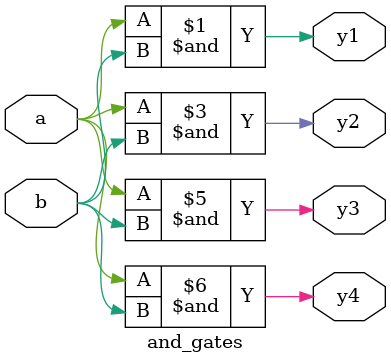
<source format=v>

module and_gates(
    input       a,        // a
    input       b,        // b
    output      y1,       // CONTINUOUS ASSIGNMENT STATEMENT
    output reg  y2,       // ALWAYS BLOCK with BLOCKING PROCEDURAL ASSIGNMENT STATEMENT
    output reg  y3,       // ALWAYS BLOCK with NON-BLOCKING PROCEDURAL ASSIGNMENT STATEMENT
    output      y4        // GATE PRIMATIVES
);

    // METHOD 1 - CONTINUOUS ASSIGNMENT STATEMENT
    assign y1 = a & b;

    // METHOD 2 - ALWAYS BLOCK with NON-BLOCKING PROCEDURAL ASSIGNMENT STATEMENT
    always @ ( * ) begin
        y2 <= a & b;
    end

    // METHOD 3 - ALWAYS BLOCK with BLOCKING PROCEDURAL ASSIGNMENT STATEMENT
    //          - ONLY USE IN TESTBENCHES
    always @ ( * ) begin
        y3 = a & b;
    end

    // METHOD 4 - GATE PRIMITIVES
    and(y4, a, b);

endmodule

</source>
